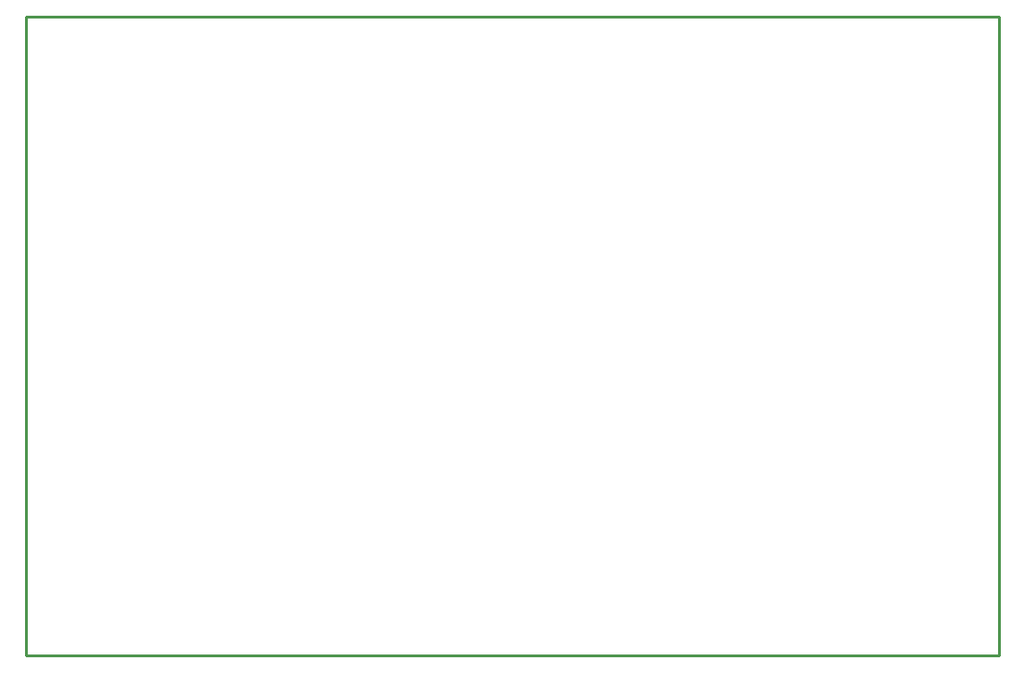
<source format=gbr>
G04 start of page 4 for group 2 idx 2 *
G04 Title: (unknown), outline *
G04 Creator: pcb 20140316 *
G04 CreationDate: Wed 03 Jan 2018 04:45:06 AM GMT UTC *
G04 For: railfan *
G04 Format: Gerber/RS-274X *
G04 PCB-Dimensions (mil): 3500.00 2300.00 *
G04 PCB-Coordinate-Origin: lower left *
%MOIN*%
%FSLAX25Y25*%
%LNOUTLINE*%
%ADD55C,0.0100*%
G54D55*X0Y230000D02*X350000D01*
Y0D01*
X0D01*
Y230000D01*
M02*

</source>
